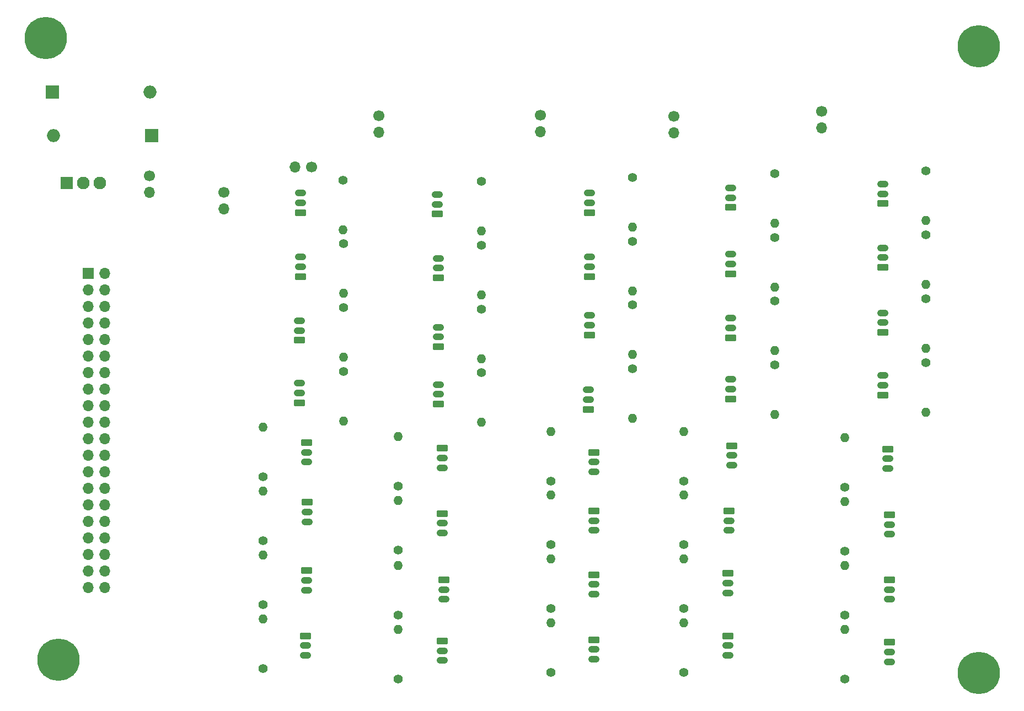
<source format=gbr>
%TF.GenerationSoftware,KiCad,Pcbnew,8.0.6*%
%TF.CreationDate,2024-11-05T12:51:12-06:00*%
%TF.ProjectId,GameBoardMatrix,47616d65-426f-4617-9264-4d6174726978,rev?*%
%TF.SameCoordinates,Original*%
%TF.FileFunction,Soldermask,Bot*%
%TF.FilePolarity,Negative*%
%FSLAX46Y46*%
G04 Gerber Fmt 4.6, Leading zero omitted, Abs format (unit mm)*
G04 Created by KiCad (PCBNEW 8.0.6) date 2024-11-05 12:51:12*
%MOMM*%
%LPD*%
G01*
G04 APERTURE LIST*
G04 Aperture macros list*
%AMRoundRect*
0 Rectangle with rounded corners*
0 $1 Rounding radius*
0 $2 $3 $4 $5 $6 $7 $8 $9 X,Y pos of 4 corners*
0 Add a 4 corners polygon primitive as box body*
4,1,4,$2,$3,$4,$5,$6,$7,$8,$9,$2,$3,0*
0 Add four circle primitives for the rounded corners*
1,1,$1+$1,$2,$3*
1,1,$1+$1,$4,$5*
1,1,$1+$1,$6,$7*
1,1,$1+$1,$8,$9*
0 Add four rect primitives between the rounded corners*
20,1,$1+$1,$2,$3,$4,$5,0*
20,1,$1+$1,$4,$5,$6,$7,0*
20,1,$1+$1,$6,$7,$8,$9,0*
20,1,$1+$1,$8,$9,$2,$3,0*%
G04 Aperture macros list end*
%ADD10C,1.400000*%
%ADD11O,1.400000X1.400000*%
%ADD12R,2.000000X2.000000*%
%ADD13O,2.000000X2.000000*%
%ADD14RoundRect,0.250000X0.615000X-0.265000X0.615000X0.265000X-0.615000X0.265000X-0.615000X-0.265000X0*%
%ADD15O,1.730000X1.030000*%
%ADD16RoundRect,0.250000X-0.615000X0.265000X-0.615000X-0.265000X0.615000X-0.265000X0.615000X0.265000X0*%
%ADD17C,6.500000*%
%ADD18C,1.700000*%
%ADD19O,1.700000X1.700000*%
%ADD20R,1.935000X1.935000*%
%ADD21C,1.935000*%
%ADD22R,1.700000X1.700000*%
G04 APERTURE END LIST*
D10*
%TO.C,R12*%
X92200000Y-68400000D03*
D11*
X92200000Y-76020000D03*
%TD*%
D10*
%TO.C,R6*%
X58600000Y-94220000D03*
D11*
X58600000Y-86600000D03*
%TD*%
D12*
%TO.C,C42*%
X41500000Y-31957500D03*
D13*
X26500000Y-31957500D03*
%TD*%
D14*
%TO.C,U38*%
X153800000Y-42400000D03*
D15*
X153800000Y-39400000D03*
X153800000Y-40900000D03*
%TD*%
D14*
%TO.C,U40*%
X153800000Y-62200000D03*
D15*
X153800000Y-59200000D03*
X153800000Y-60700000D03*
%TD*%
D16*
%TO.C,U14*%
X86400000Y-100200000D03*
D15*
X86400000Y-103200000D03*
X86400000Y-101700000D03*
%TD*%
D16*
%TO.C,U25*%
X109400000Y-99400000D03*
D15*
X109400000Y-102400000D03*
X109400000Y-100900000D03*
%TD*%
D10*
%TO.C,R29*%
X123200000Y-85010000D03*
D11*
X123200000Y-77390000D03*
%TD*%
D10*
%TO.C,R37*%
X148000000Y-86000000D03*
D11*
X148000000Y-78380000D03*
%TD*%
D14*
%TO.C,U29*%
X130400000Y-53200000D03*
D15*
X130400000Y-50200000D03*
X130400000Y-51700000D03*
%TD*%
D10*
%TO.C,R16*%
X79400000Y-115420000D03*
D11*
X79400000Y-107800000D03*
%TD*%
D14*
%TO.C,U39*%
X153800000Y-52200000D03*
D15*
X153800000Y-49200000D03*
X153800000Y-50700000D03*
%TD*%
D10*
%TO.C,R35*%
X160400000Y-57000000D03*
D11*
X160400000Y-64620000D03*
%TD*%
D17*
%TO.C,*%
X168500000Y-114500000D03*
%TD*%
D14*
%TO.C,U8*%
X85400000Y-44000000D03*
D15*
X85400000Y-41000000D03*
X85400000Y-42500000D03*
%TD*%
D12*
%TO.C,C41*%
X26300000Y-25242500D03*
D13*
X41300000Y-25242500D03*
%TD*%
D16*
%TO.C,U42*%
X154600000Y-80100000D03*
D15*
X154600000Y-83100000D03*
X154600000Y-81600000D03*
%TD*%
D10*
%TO.C,R24*%
X102800000Y-114420000D03*
D11*
X102800000Y-106800000D03*
%TD*%
D14*
%TO.C,U30*%
X130400000Y-63000000D03*
D15*
X130400000Y-60000000D03*
X130400000Y-61500000D03*
%TD*%
D16*
%TO.C,U12*%
X86200000Y-80000000D03*
D15*
X86200000Y-83000000D03*
X86200000Y-81500000D03*
%TD*%
D14*
%TO.C,U20*%
X108800000Y-62600000D03*
D15*
X108800000Y-59600000D03*
X108800000Y-61100000D03*
%TD*%
D10*
%TO.C,R9*%
X92200000Y-38990000D03*
D11*
X92200000Y-46610000D03*
%TD*%
D16*
%TO.C,U13*%
X86200000Y-90000000D03*
D15*
X86200000Y-93000000D03*
X86200000Y-91500000D03*
%TD*%
D10*
%TO.C,R5*%
X71000000Y-68200000D03*
D11*
X71000000Y-75820000D03*
%TD*%
D10*
%TO.C,R3*%
X71000000Y-48580000D03*
D11*
X71000000Y-56200000D03*
%TD*%
D10*
%TO.C,R14*%
X79400000Y-95620000D03*
D11*
X79400000Y-88000000D03*
%TD*%
D10*
%TO.C,R22*%
X102800000Y-94820000D03*
D11*
X102800000Y-87200000D03*
%TD*%
D16*
%TO.C,U43*%
X154800000Y-90200000D03*
D15*
X154800000Y-93200000D03*
X154800000Y-91700000D03*
%TD*%
D14*
%TO.C,U21*%
X108600000Y-74000000D03*
D15*
X108600000Y-71000000D03*
X108600000Y-72500000D03*
%TD*%
D10*
%TO.C,R1*%
X70950000Y-38800000D03*
D11*
X70950000Y-46420000D03*
%TD*%
D16*
%TO.C,U35*%
X130000000Y-99200000D03*
D15*
X130000000Y-102200000D03*
X130000000Y-100700000D03*
%TD*%
D16*
%TO.C,U5*%
X65200000Y-108800000D03*
D15*
X65200000Y-111800000D03*
X65200000Y-110300000D03*
%TD*%
D17*
%TO.C,*%
X168500000Y-18250000D03*
%TD*%
D10*
%TO.C,R13*%
X79400000Y-85820000D03*
D11*
X79400000Y-78200000D03*
%TD*%
D10*
%TO.C,R20*%
X115400000Y-67800000D03*
D11*
X115400000Y-75420000D03*
%TD*%
D14*
%TO.C,U11*%
X85600000Y-73200000D03*
D15*
X85600000Y-70200000D03*
X85600000Y-71700000D03*
%TD*%
D14*
%TO.C,U15*%
X64400000Y-53600000D03*
D15*
X64400000Y-50600000D03*
X64400000Y-52100000D03*
%TD*%
D14*
%TO.C,U33*%
X64200000Y-73000000D03*
D15*
X64200000Y-70000000D03*
X64200000Y-71500000D03*
%TD*%
D14*
%TO.C,U19*%
X108800000Y-53600000D03*
D15*
X108800000Y-50600000D03*
X108800000Y-52100000D03*
%TD*%
D14*
%TO.C,U41*%
X153800000Y-71800000D03*
D15*
X153800000Y-68800000D03*
X153800000Y-70300000D03*
%TD*%
D18*
%TO.C,TP7*%
X41200000Y-38125000D03*
D19*
X41200000Y-40665000D03*
%TD*%
D10*
%TO.C,R19*%
X115400000Y-57980000D03*
D11*
X115400000Y-65600000D03*
%TD*%
D20*
%TO.C,IC1*%
X28460000Y-39250000D03*
D21*
X31000000Y-39250000D03*
X33540000Y-39250000D03*
%TD*%
D10*
%TO.C,R27*%
X137200000Y-57400000D03*
D11*
X137200000Y-65020000D03*
%TD*%
D18*
%TO.C,TP2*%
X76400000Y-28925000D03*
D19*
X76400000Y-31465000D03*
%TD*%
D17*
%TO.C,*%
X25250000Y-17000000D03*
%TD*%
D18*
%TO.C,TP4*%
X121750000Y-28975000D03*
D19*
X121750000Y-31515000D03*
%TD*%
D14*
%TO.C,U10*%
X85600000Y-64400000D03*
D15*
X85600000Y-61400000D03*
X85600000Y-62900000D03*
%TD*%
D10*
%TO.C,R8*%
X58600000Y-113800000D03*
D11*
X58600000Y-106180000D03*
%TD*%
D10*
%TO.C,R7*%
X58600000Y-104010000D03*
D11*
X58600000Y-96390000D03*
%TD*%
D10*
%TO.C,R40*%
X148000000Y-115400000D03*
D11*
X148000000Y-107780000D03*
%TD*%
D10*
%TO.C,R38*%
X148000000Y-95820000D03*
D11*
X148000000Y-88200000D03*
%TD*%
D10*
%TO.C,R4*%
X71000000Y-58400000D03*
D11*
X71000000Y-66020000D03*
%TD*%
D18*
%TO.C,TP3*%
X101200000Y-28860000D03*
D19*
X101200000Y-31400000D03*
%TD*%
D16*
%TO.C,U34*%
X130200000Y-89600000D03*
D15*
X130200000Y-92600000D03*
X130200000Y-91100000D03*
%TD*%
D10*
%TO.C,R18*%
X115400000Y-48180000D03*
D11*
X115400000Y-55800000D03*
%TD*%
D10*
%TO.C,R39*%
X148000000Y-105620000D03*
D11*
X148000000Y-98000000D03*
%TD*%
D14*
%TO.C,U18*%
X108800000Y-43800000D03*
D15*
X108800000Y-40800000D03*
X108800000Y-42300000D03*
%TD*%
D10*
%TO.C,R33*%
X160400000Y-37380000D03*
D11*
X160400000Y-45000000D03*
%TD*%
D14*
%TO.C,U24*%
X64200000Y-63400000D03*
D15*
X64200000Y-60400000D03*
X64200000Y-61900000D03*
%TD*%
D16*
%TO.C,U3*%
X65400000Y-88300000D03*
D15*
X65400000Y-91300000D03*
X65400000Y-89800000D03*
%TD*%
D16*
%TO.C,U22*%
X109400000Y-80600000D03*
D15*
X109400000Y-83600000D03*
X109400000Y-82100000D03*
%TD*%
D14*
%TO.C,U9*%
X85600000Y-53800000D03*
D15*
X85600000Y-50800000D03*
X85600000Y-52300000D03*
%TD*%
D10*
%TO.C,R31*%
X123200000Y-104600000D03*
D11*
X123200000Y-96980000D03*
%TD*%
D18*
%TO.C,TP6*%
X52600000Y-40710000D03*
D19*
X52600000Y-43250000D03*
%TD*%
D14*
%TO.C,U28*%
X130400000Y-43000000D03*
D15*
X130400000Y-40000000D03*
X130400000Y-41500000D03*
%TD*%
D10*
%TO.C,R23*%
X102800000Y-104620000D03*
D11*
X102800000Y-97000000D03*
%TD*%
D17*
%TO.C,REF\u002A\u002A*%
X27250000Y-112500000D03*
%TD*%
D16*
%TO.C,U45*%
X154800000Y-109800000D03*
D15*
X154800000Y-112800000D03*
X154800000Y-111300000D03*
%TD*%
D16*
%TO.C,U23*%
X109400000Y-89600000D03*
D15*
X109400000Y-92600000D03*
X109400000Y-91100000D03*
%TD*%
D14*
%TO.C,U6*%
X64400000Y-43800000D03*
D15*
X64400000Y-40800000D03*
X64400000Y-42300000D03*
%TD*%
D16*
%TO.C,U26*%
X109400000Y-109400000D03*
D15*
X109400000Y-112400000D03*
X109400000Y-110900000D03*
%TD*%
D10*
%TO.C,R25*%
X137200000Y-37800000D03*
D11*
X137200000Y-45420000D03*
%TD*%
D10*
%TO.C,R21*%
X102800000Y-85020000D03*
D11*
X102800000Y-77400000D03*
%TD*%
D16*
%TO.C,U16*%
X86200000Y-109600000D03*
D15*
X86200000Y-112600000D03*
X86200000Y-111100000D03*
%TD*%
D10*
%TO.C,R15*%
X79400000Y-105620000D03*
D11*
X79400000Y-98000000D03*
%TD*%
D10*
%TO.C,R10*%
X92200000Y-48800000D03*
D11*
X92200000Y-56420000D03*
%TD*%
D16*
%TO.C,U4*%
X65350000Y-98800000D03*
D15*
X65350000Y-101800000D03*
X65350000Y-100300000D03*
%TD*%
D18*
%TO.C,TP1*%
X66075000Y-36800000D03*
D19*
X63535000Y-36800000D03*
%TD*%
D16*
%TO.C,U36*%
X130000000Y-108800000D03*
D15*
X130000000Y-111800000D03*
X130000000Y-110300000D03*
%TD*%
D10*
%TO.C,R28*%
X137200000Y-67200000D03*
D11*
X137200000Y-74820000D03*
%TD*%
D16*
%TO.C,U2*%
X65350000Y-79100000D03*
D15*
X65350000Y-82100000D03*
X65350000Y-80600000D03*
%TD*%
D10*
%TO.C,R17*%
X115400000Y-38380000D03*
D11*
X115400000Y-46000000D03*
%TD*%
D10*
%TO.C,R26*%
X137200000Y-47600000D03*
D11*
X137200000Y-55220000D03*
%TD*%
D10*
%TO.C,R2*%
X58600000Y-84400000D03*
D11*
X58600000Y-76780000D03*
%TD*%
D18*
%TO.C,TP5*%
X144400000Y-28260000D03*
D19*
X144400000Y-30800000D03*
%TD*%
D14*
%TO.C,U31*%
X130400000Y-72400000D03*
D15*
X130400000Y-69400000D03*
X130400000Y-70900000D03*
%TD*%
D10*
%TO.C,R36*%
X160400000Y-66800000D03*
D11*
X160400000Y-74420000D03*
%TD*%
D10*
%TO.C,R34*%
X160400000Y-47190000D03*
D11*
X160400000Y-54810000D03*
%TD*%
D10*
%TO.C,R32*%
X123200000Y-114420000D03*
D11*
X123200000Y-106800000D03*
%TD*%
D10*
%TO.C,R30*%
X123200000Y-94800000D03*
D11*
X123200000Y-87180000D03*
%TD*%
D10*
%TO.C,R11*%
X92200000Y-58600000D03*
D11*
X92200000Y-66220000D03*
%TD*%
D16*
%TO.C,U44*%
X154800000Y-100200000D03*
D15*
X154800000Y-103200000D03*
X154800000Y-101700000D03*
%TD*%
D16*
%TO.C,U32*%
X130600000Y-79600000D03*
D15*
X130600000Y-82600000D03*
X130600000Y-81100000D03*
%TD*%
D22*
%TO.C,J1*%
X31800000Y-53120000D03*
D19*
X34340000Y-53120000D03*
X31800000Y-55660000D03*
X34340000Y-55660000D03*
X31800000Y-58200000D03*
X34340000Y-58200000D03*
X31800000Y-60740000D03*
X34340000Y-60740000D03*
X31800000Y-63280000D03*
X34340000Y-63280000D03*
X31800000Y-65820000D03*
X34340000Y-65820000D03*
X31800000Y-68360000D03*
X34340000Y-68360000D03*
X31800000Y-70900000D03*
X34340000Y-70900000D03*
X31800000Y-73440000D03*
X34340000Y-73440000D03*
X31800000Y-75980000D03*
X34340000Y-75980000D03*
X31800000Y-78520000D03*
X34340000Y-78520000D03*
X31800000Y-81060000D03*
X34340000Y-81060000D03*
X31800000Y-83600000D03*
X34340000Y-83600000D03*
X31800000Y-86140000D03*
X34340000Y-86140000D03*
X31800000Y-88680000D03*
X34340000Y-88680000D03*
X31800000Y-91220000D03*
X34340000Y-91220000D03*
X31800000Y-93760000D03*
X34340000Y-93760000D03*
X31800000Y-96300000D03*
X34340000Y-96300000D03*
X31800000Y-98840000D03*
X34340000Y-98840000D03*
X31800000Y-101380000D03*
X34340000Y-101380000D03*
%TD*%
M02*

</source>
